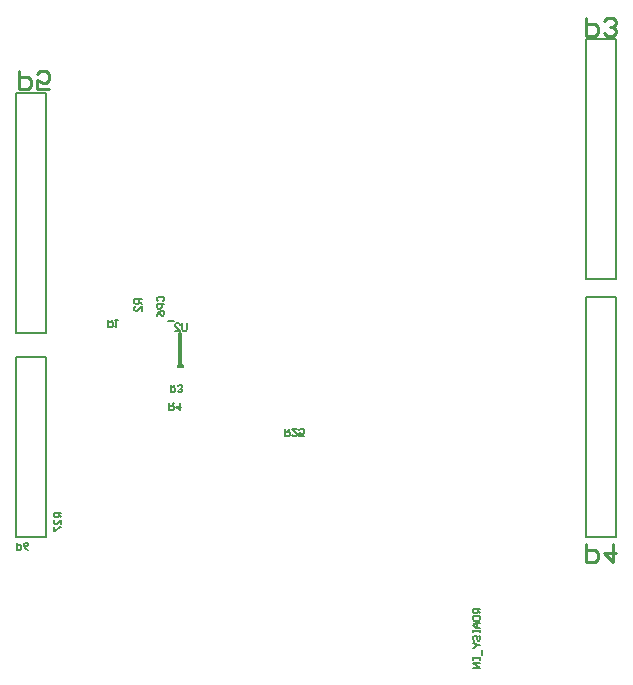
<source format=gbo>
%FSTAX43Y43*%
%MOMM*%
%SFA1B1*%

%IPPOS*%
%ADD41C,0.200000*%
%ADD44C,0.150000*%
%ADD45C,0.253999*%
%LNpcb1-1*%
%LPD*%
G54D41*
X0141651Y0135932D02*
D01*
X0141651Y0135949*
X0141649Y0135965*
X0141646Y0135982*
X0141642Y0135998*
X0141637Y0136014*
X0141631Y0136029*
X0141624Y0136044*
X0141615Y0136058*
X0141606Y0136072*
X0141596Y0136085*
X0141585Y0136097*
X0141573Y0136109*
X014156Y0136119*
X0141547Y0136129*
X0141533Y0136138*
X0141518Y0136146*
X0141503Y0136152*
X0141488Y0136158*
X0141472Y0136162*
X0141456Y0136166*
X0141439Y0136168*
X0141423Y0136169*
X0141406*
X014139Y0136168*
X0141373Y0136166*
X0141357Y0136162*
X0141341Y0136158*
X0141326Y0136152*
X0141311Y0136146*
X0141296Y0136138*
X0141282Y0136129*
X0141269Y0136119*
X0141256Y0136109*
X0141244Y0136097*
X0141233Y0136085*
X0141223Y0136072*
X0141213Y0136058*
X0141205Y0136044*
X0141198Y0136029*
X0141192Y0136014*
X0141187Y0135998*
X0141183Y0135982*
X014118Y0135965*
X0141178Y0135949*
X0141177Y0135932*
X0140364Y0139812D02*
X0140864D01*
X0175773Y0121529D02*
X0178313D01*
Y0141849*
X0175773D02*
X0178313D01*
X0175773Y0121529D02*
Y0141849D01*
Y0143373D02*
X0178313D01*
Y0163693*
X0175773D02*
X0178313D01*
X0175773Y0143373D02*
Y0163693D01*
X0127513Y0121529D02*
X0130053D01*
X0127513Y0136769D02*
X0130053D01*
X0127513Y0121529D02*
Y0136769D01*
X0130053Y0121529D02*
Y0136769D01*
X0127513Y0138801D02*
X0130053D01*
Y0159121*
X0127513D02*
X0130053D01*
X0127513Y0138801D02*
Y0159121D01*
X0141177Y0135932D02*
X0141499D01*
X0141329D02*
X0141651D01*
X0141329D02*
Y0138782D01*
X0141499*
Y0135932D02*
Y0138782D01*
G54D44*
X0139512Y0141452D02*
X0139412Y0141552D01*
Y0141752*
X0139512Y0141852*
X0139912*
X0140012Y0141752*
Y0141552*
X0139912Y0141452*
X0140012Y0141252D02*
X0139412D01*
Y0140952*
X0139512Y0140852*
X0139712*
X0139812Y0140952*
Y0141252*
X0139412Y0140253D02*
X0139512Y0140452D01*
X0139712Y0140652*
X0139912*
X0140012Y0140552*
Y0140352*
X0139912Y0140253*
X0139812*
X0139712Y0140352*
Y0140652*
X0135296Y0139902D02*
Y0139302D01*
X0135596*
X0135696Y0139402*
Y0139602*
X0135596Y0139702*
X0135296*
X0135496D02*
X0135696Y0139902D01*
X0135896D02*
X0136096D01*
X0135996*
Y0139302*
X0135896Y0139402*
X0138121Y0141631D02*
X0137521D01*
Y0141331*
X0137621Y0141231*
X0137821*
X0137921Y0141331*
Y0141631*
Y0141431D02*
X0138121Y0141231D01*
Y0140631D02*
Y0141031D01*
X0137721Y0140631*
X0137621*
X0137521Y0140731*
Y0140931*
X0137621Y0141031*
X0140574Y0134374D02*
Y0133774D01*
X0140874*
X0140974Y0133874*
Y0134074*
X0140874Y0134174*
X0140574*
X0140774D02*
X0140974Y0134374D01*
X0141174Y0133874D02*
X0141274Y0133774D01*
X0141474*
X0141574Y0133874*
Y0133974*
X0141474Y0134074*
X0141374*
X0141474*
X0141574Y0134174*
Y0134274*
X0141474Y0134374*
X0141274*
X0141174Y0134274*
X0140474Y0132824D02*
Y0132224D01*
X0140774*
X0140874Y0132324*
Y0132524*
X0140774Y0132624*
X0140474*
X0140674D02*
X0140874Y0132824D01*
X0141374D02*
Y0132224D01*
X0141074Y0132524*
X0141474*
X0166807Y011543D02*
X0166207D01*
Y011513*
X0166307Y011503*
X0166507*
X0166607Y011513*
Y011543*
Y011523D02*
X0166807Y011503D01*
X0166207Y011483D02*
X0166807D01*
Y011453*
X0166707Y011443*
X0166307*
X0166207Y011453*
Y011483*
X0166807Y011423D02*
X0166407D01*
X0166207Y011403*
X0166407Y0113831*
X0166807*
X0166507*
Y011423*
X0166207Y0113631D02*
Y0113431D01*
Y0113531*
X0166807*
Y0113631*
Y0113431*
X0166307Y0112731D02*
X0166207Y0112831D01*
Y0113031*
X0166307Y0113131*
X0166407*
X0166507Y0113031*
Y0112831*
X0166607Y0112731*
X0166707*
X0166807Y0112831*
Y0113031*
X0166707Y0113131*
X0166207Y0112531D02*
X0166307D01*
X0166507Y0112331*
X0166307Y0112131*
X0166207*
X0166507Y0112331D02*
X0166807D01*
X0166907Y0111931D02*
Y0111531D01*
X0166207Y0111331D02*
Y0111131D01*
Y0111231*
X0166807*
Y0111331*
Y0111131*
Y0110831D02*
X0166207D01*
X0166807Y0110432*
X0166207*
X0141955Y0139589D02*
Y0139089D01*
X0141855Y0138989*
X0141655*
X0141555Y0139089*
Y0139589*
X0140955Y0138989D02*
X0141355D01*
X0140955Y0139389*
Y0139489*
X0141055Y0139589*
X0141255*
X0141355Y0139489*
X0127539Y0121019D02*
Y0120419D01*
X0127839*
X0127939Y0120519*
Y0120719*
X0127839Y0120819*
X0127539*
X0128539Y0120419D02*
X0128339Y0120519D01*
X0128139Y0120719*
Y0120919*
X0128239Y0121019*
X0128439*
X0128539Y0120919*
Y0120819*
X0128439Y0120719*
X0128139*
X0131326Y0123577D02*
X0130726D01*
Y0123277*
X0130826Y0123177*
X0131026*
X0131126Y0123277*
Y0123577*
Y0123377D02*
X0131326Y0123177D01*
Y0122577D02*
Y0122977D01*
X0130926Y0122577*
X0130826*
X0130726Y0122677*
Y0122877*
X0130826Y0122977*
X0130726Y0122377D02*
Y0121978D01*
X0130826*
X0131226Y0122377*
X0131326*
X0150265Y0130631D02*
Y0130031D01*
X0150565*
X0150665Y0130131*
Y0130331*
X0150565Y0130431*
X0150265*
X0150465D02*
X0150665Y0130631D01*
X0151265D02*
X0150865D01*
X0151265Y0130231*
Y0130131*
X0151165Y0130031*
X0150965*
X0150865Y0130131*
X0151864Y0130031D02*
X0151465D01*
Y0130331*
X0151665Y0130231*
X0151765*
X0151864Y0130331*
Y0130531*
X0151765Y0130631*
X0151565*
X0151465Y0130531*
G54D45*
X0175789Y0165469D02*
Y0163945D01*
X0176551*
X0176805Y0164199*
Y0164707*
X0176551Y0164961*
X0175789*
X0177313Y0164199D02*
X0177566Y0163945D01*
X0178074*
X0178328Y0164199*
Y0164453*
X0178074Y0164707*
X017782*
X0178074*
X0178328Y0164961*
Y0165215*
X0178074Y0165469*
X0177566*
X0177313Y0165215*
X0175789Y0120919D02*
Y0119395D01*
X0176551*
X0176805Y0119649*
Y0120157*
X0176551Y0120411*
X0175789*
X0178074Y0120919D02*
Y0119395D01*
X0177313Y0120157*
X0178328*
X0127764Y0160919D02*
Y0159395D01*
X0128526*
X012878Y0159649*
Y0160157*
X0128526Y0160411*
X0127764*
X0130303Y0159395D02*
X0129288D01*
Y0160157*
X0129795Y0159903*
X0130049*
X0130303Y0160157*
Y0160665*
X0130049Y0160919*
X0129541*
X0129288Y0160665*
M02*
</source>
